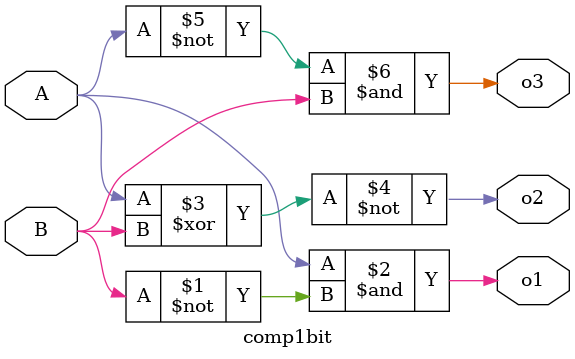
<source format=v>
module comp1bit(
    input A, B,
    output o1, o2, o3
);
    assign o1 = (A & ~B);  
    assign o2 = ~(A ^ B);   
    assign o3 = (~A & B);   
endmodule

</source>
